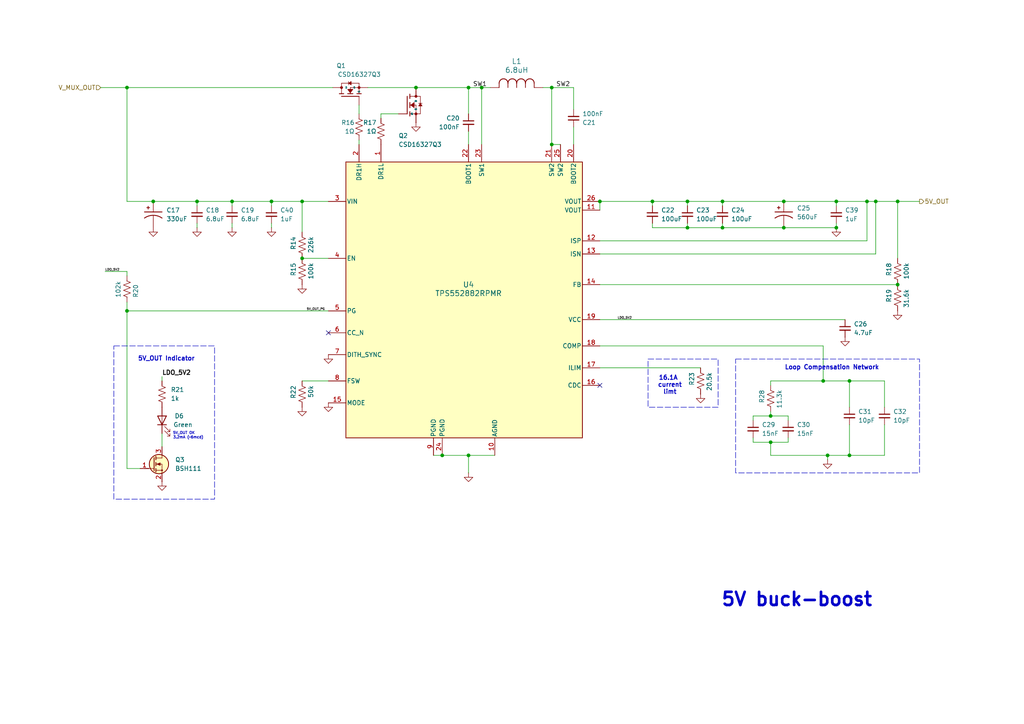
<source format=kicad_sch>
(kicad_sch (version 20231120) (generator "eeschema") (generator_version "8.0")
  (paper "A4")
  (lib_symbols
    (symbol "16SVPF560M:16SVPF560M" (pin_numbers hide) (pin_names (offset 1.016))
      (property "Reference" "C" (at -2.54 3.81 0))
      (property "Value" "16SVPF560M" (at -2.54 -5.08 0))
      (symbol "16SVPF560M_0_0"
        (rectangle (start -1.173 -1.532) (end -0.284 -1.405) (stroke (width 0.1)) (fill (type outline)))
        (rectangle (start -0.792 -1.913) (end -0.665 -1.024) (stroke (width 0.1)) (fill (type outline)))
        (polyline (pts (xy 0 0) (xy 0.508 0)) (stroke (width 0.1524)))
        (polyline (pts (xy 0.508 0) (xy 0.508 -2.54)) (stroke (width 0.254)))
        (polyline (pts (xy 0.508 2.54) (xy 0.508 0)) (stroke (width 0.254)))
        (polyline (pts (xy 2.54 0) (xy 1.524 0)) (stroke (width 0.1524)))
        (arc (start 2.286 2.54) (mid 1.4851 0) (end 2.286 -2.54) (stroke (width 0.254)))
        (pin passive line (at -2.54 0 0) (length 2.54) (name "~") (number "1"))
        (pin passive line (at 5.08 0 180) (length 2.54) (name "~") (number "2"))
      )
    )
    (symbol "25SVPF330M:25SVPF330M" (pin_numbers hide) (pin_names (offset 1.016))
      (property "Reference" "C" (at -2.54 3.81 0))
      (property "Value" "330uF" (at -2.54 -5.08 0))
      (symbol "25SVPF330M_0_0"
        (rectangle (start -1.173 -1.532) (end -0.284 -1.405) (stroke (width 0.1)) (fill (type outline)))
        (rectangle (start -0.792 -1.913) (end -0.665 -1.024) (stroke (width 0.1)) (fill (type outline)))
        (polyline (pts (xy 0 0) (xy 0.508 0)) (stroke (width 0.1524)))
        (polyline (pts (xy 0.508 0) (xy 0.508 -2.54)) (stroke (width 0.254)))
        (polyline (pts (xy 0.508 2.54) (xy 0.508 0)) (stroke (width 0.254)))
        (polyline (pts (xy 2.54 0) (xy 1.524 0)) (stroke (width 0.1524)))
        (arc (start 2.286 2.54) (mid 1.4851 0) (end 2.286 -2.54) (stroke (width 0.254)))
        (pin passive line (at -2.54 0 0) (length 2.54) (name "~") (number "1"))
        (pin passive line (at 5.08 0 180) (length 2.54) (name "~") (number "2"))
      )
    )
    (symbol "CSD16327Q3:CSD16327Q3" (pin_numbers hide) (pin_names (offset 1.016))
      (property "Reference" "Q" (at -8.89 2.54 0))
      (property "Value" "CSD16327Q3" (at -8.89 -7.62 0))
      (symbol "CSD16327Q3_0_0"
        (polyline (pts (xy 0 2.54) (xy 0 -2.54)) (stroke (width 0.254)))
        (polyline (pts (xy 0.762 -2.54) (xy 0.762 -3.175)) (stroke (width 0.254)))
        (polyline (pts (xy 0.762 -1.905) (xy 0.762 -2.54)) (stroke (width 0.254)))
        (polyline (pts (xy 0.762 0) (xy 0.762 -0.762)) (stroke (width 0.254)))
        (polyline (pts (xy 0.762 0) (xy 2.54 0)) (stroke (width 0.1524)))
        (polyline (pts (xy 0.762 0.762) (xy 0.762 0)) (stroke (width 0.254)))
        (polyline (pts (xy 0.762 2.54) (xy 0.762 1.905)) (stroke (width 0.254)))
        (polyline (pts (xy 0.762 2.54) (xy 3.81 2.54)) (stroke (width 0.1524)))
        (polyline (pts (xy 0.762 3.175) (xy 0.762 2.54)) (stroke (width 0.254)))
        (polyline (pts (xy 2.54 -2.54) (xy 0.762 -2.54)) (stroke (width 0.1524)))
        (polyline (pts (xy 2.54 -2.54) (xy 3.81 -2.54)) (stroke (width 0.1524)))
        (polyline (pts (xy 2.54 0) (xy 2.54 -2.54)) (stroke (width 0.1524)))
        (polyline (pts (xy 3.81 0.508) (xy 3.302 0.508)) (stroke (width 0.1524)))
        (polyline (pts (xy 3.81 0.508) (xy 3.81 -2.54)) (stroke (width 0.1524)))
        (polyline (pts (xy 3.81 2.54) (xy 3.81 0.508)) (stroke (width 0.1524)))
        (polyline (pts (xy 4.318 0.508) (xy 3.81 0.508)) (stroke (width 0.1524)))
        (polyline (pts (xy 1.016 0) (xy 2.032 0.762) (xy 2.032 -0.762) (xy 1.016 0)) (stroke (width 0.1524)) (fill (type outline)))
        (polyline (pts (xy 3.81 0.508) (xy 3.302 -0.254) (xy 4.318 -0.254) (xy 3.81 0.508)) (stroke (width 0.1524)) (fill (type outline)))
        (circle (center 2.54 -2.54) (radius 0.2032) (stroke (width 0.4064)))
        (circle (center 2.54 2.54) (radius 0.2032) (stroke (width 0.4064)))
      )
      (symbol "CSD16327Q3_1_0"
        (pin passive line (at 2.54 -5.08 90) (length 2.54) (name "S") (number "1"))
        (pin passive line (at 2.54 -5.08 90) (length 2.54) hide (name "S") (number "2"))
        (pin passive line (at 2.54 -5.08 90) (length 2.54) hide (name "S") (number "3"))
        (pin passive line (at -2.54 -2.54 0) (length 2.54) (name "G") (number "4"))
        (pin passive line (at 2.54 5.08 270) (length 2.54) (name "D") (number "5-8"))
      )
    )
    (symbol "CSD16327Q3_1" (pin_numbers hide) (pin_names (offset 1.016))
      (property "Reference" "Q" (at -8.89 2.54 0))
      (property "Value" "CSD16327Q3" (at -8.89 -7.62 0))
      (symbol "CSD16327Q3_1_0_0"
        (polyline (pts (xy 0 2.54) (xy 0 -2.54)) (stroke (width 0.254)))
        (polyline (pts (xy 0.762 -2.54) (xy 0.762 -3.175)) (stroke (width 0.254)))
        (polyline (pts (xy 0.762 -1.905) (xy 0.762 -2.54)) (stroke (width 0.254)))
        (polyline (pts (xy 0.762 0) (xy 0.762 -0.762)) (stroke (width 0.254)))
        (polyline (pts (xy 0.762 0) (xy 2.54 0)) (stroke (width 0.1524)))
        (polyline (pts (xy 0.762 0.762) (xy 0.762 0)) (stroke (width 0.254)))
        (polyline (pts (xy 0.762 2.54) (xy 0.762 1.905)) (stroke (width 0.254)))
        (polyline (pts (xy 0.762 2.54) (xy 3.81 2.54)) (stroke (width 0.1524)))
        (polyline (pts (xy 0.762 3.175) (xy 0.762 2.54)) (stroke (width 0.254)))
        (polyline (pts (xy 2.54 -2.54) (xy 0.762 -2.54)) (stroke (width 0.1524)))
        (polyline (pts (xy 2.54 -2.54) (xy 3.81 -2.54)) (stroke (width 0.1524)))
        (polyline (pts (xy 2.54 0) (xy 2.54 -2.54)) (stroke (width 0.1524)))
        (polyline (pts (xy 3.81 0.508) (xy 3.302 0.508)) (stroke (width 0.1524)))
        (polyline (pts (xy 3.81 0.508) (xy 3.81 -2.54)) (stroke (width 0.1524)))
        (polyline (pts (xy 3.81 2.54) (xy 3.81 0.508)) (stroke (width 0.1524)))
        (polyline (pts (xy 4.318 0.508) (xy 3.81 0.508)) (stroke (width 0.1524)))
        (polyline (pts (xy 1.016 0) (xy 2.032 0.762) (xy 2.032 -0.762) (xy 1.016 0)) (stroke (width 0.1524)) (fill (type outline)))
        (polyline (pts (xy 3.81 0.508) (xy 3.302 -0.254) (xy 4.318 -0.254) (xy 3.81 0.508)) (stroke (width 0.1524)) (fill (type outline)))
        (circle (center 2.54 -2.54) (radius 0.2032) (stroke (width 0.4064)))
        (circle (center 2.54 2.54) (radius 0.2032) (stroke (width 0.4064)))
      )
      (symbol "CSD16327Q3_1_1_0"
        (pin passive line (at 2.54 -5.08 90) (length 2.54) (name "S") (number "1"))
        (pin passive line (at 2.54 -5.08 90) (length 2.54) hide (name "S") (number "2"))
        (pin passive line (at 2.54 -5.08 90) (length 2.54) hide (name "S") (number "3"))
        (pin passive line (at -2.54 -2.54 0) (length 2.54) (name "G") (number "4"))
        (pin passive line (at 2.54 5.08 270) (length 2.54) (name "D") (number "5-8"))
      )
    )
    (symbol "Device:C_Small" (pin_numbers hide) (pin_names (offset 0.254) hide)
      (property "Reference" "C" (at 0.254 1.778 0))
      (property "Value" "C_Small" (at 0.254 -2.032 0))
      (symbol "C_Small_0_1"
        (polyline (pts (xy -1.524 -0.508) (xy 1.524 -0.508)) (stroke (width 0.3302)))
        (polyline (pts (xy -1.524 0.508) (xy 1.524 0.508)) (stroke (width 0.3048)))
      )
      (symbol "C_Small_1_1"
        (pin passive line (at 0 2.54 270) (length 2.032) (name "~") (number "1"))
        (pin passive line (at 0 -2.54 90) (length 2.032) (name "~") (number "2"))
      )
    )
    (symbol "Device:LED" (pin_numbers hide) (pin_names (offset 1.016) hide)
      (property "Reference" "D" (at 0 2.54 0))
      (property "Value" "LED" (at 0 -2.54 0))
      (symbol "LED_0_1"
        (polyline (pts (xy -1.27 -1.27) (xy -1.27 1.27)) (stroke (width 0.254)))
        (polyline (pts (xy -1.27 0) (xy 1.27 0)))
        (polyline (pts (xy 1.27 -1.27) (xy 1.27 1.27) (xy -1.27 0) (xy 1.27 -1.27)) (stroke (width 0.254)))
        (polyline (pts (xy -3.048 -0.762) (xy -4.572 -2.286) (xy -3.81 -2.286) (xy -4.572 -2.286) (xy -4.572 -1.524)))
        (polyline (pts (xy -1.778 -0.762) (xy -3.302 -2.286) (xy -2.54 -2.286) (xy -3.302 -2.286) (xy -3.302 -1.524)))
      )
      (symbol "LED_1_1"
        (pin passive line (at -3.81 0 0) (length 2.54) (name "K") (number "1"))
        (pin passive line (at 3.81 0 180) (length 2.54) (name "A") (number "2"))
      )
    )
    (symbol "Device:R_US" (pin_numbers hide) (pin_names (offset 0))
      (property "Reference" "R" (at 2.54 0 90))
      (property "Value" "R_US" (at -2.54 0 90))
      (symbol "R_US_0_1"
        (polyline (pts (xy 0 -2.286) (xy 0 -2.54)))
        (polyline (pts (xy 0 2.286) (xy 0 2.54)))
        (polyline (pts (xy 0 -0.762) (xy 1.016 -1.143) (xy 0 -1.524) (xy -1.016 -1.905) (xy 0 -2.286)))
        (polyline (pts (xy 0 0.762) (xy 1.016 0.381) (xy 0 0) (xy -1.016 -0.381) (xy 0 -0.762)))
        (polyline (pts (xy 0 2.286) (xy 1.016 1.905) (xy 0 1.524) (xy -1.016 1.143) (xy 0 0.762)))
      )
      (symbol "R_US_1_1"
        (pin passive line (at 0 3.81 270) (length 1.27) (name "~") (number "1"))
        (pin passive line (at 0 -3.81 90) (length 1.27) (name "~") (number "2"))
      )
    )
    (symbol "IHLP6767DZER6R8M11:IHLP6767DZER6R8M11" (pin_numbers hide) (pin_names (offset 0.254) hide)
      (property "Reference" "L" (at 6.985 5.08 0))
      (property "Value" "6.8uH" (at 6.985 -2.54 0))
      (symbol "IHLP6767DZER6R8M11_1_1"
        (polyline (pts (xy 2.54 0) (xy 2.54 1.27)) (stroke (width 0.2032)))
        (polyline (pts (xy 5.08 0) (xy 5.08 1.27)) (stroke (width 0.2032)))
        (polyline (pts (xy 7.62 0) (xy 7.62 1.27)) (stroke (width 0.2032)))
        (polyline (pts (xy 10.16 0) (xy 10.16 1.27)) (stroke (width 0.2032)))
        (polyline (pts (xy 12.7 0) (xy 12.7 1.27)) (stroke (width 0.2032)))
        (arc (start 5.08 1.27) (mid 3.81 2.5344) (end 2.54 1.27) (stroke (width 0.254)))
        (arc (start 7.62 1.27) (mid 6.35 2.5344) (end 5.08 1.27) (stroke (width 0.254)))
        (arc (start 10.16 1.27) (mid 8.89 2.5344) (end 7.62 1.27) (stroke (width 0.254)))
        (arc (start 12.7 1.27) (mid 11.43 2.5344) (end 10.16 1.27) (stroke (width 0.254)))
        (pin passive line (at 15.24 0 180) (length 2.54) (name "1") (number "1"))
        (pin passive line (at 0 0 0) (length 2.54) (name "2") (number "2"))
      )
      (symbol "IHLP6767DZER6R8M11_1_2"
        (arc (start -1.27 5.08) (mid -2.5344 3.81) (end -1.27 2.54) (stroke (width 0.254)))
        (arc (start -1.27 7.62) (mid -2.5344 6.35) (end -1.27 5.08) (stroke (width 0.254)))
        (arc (start -1.27 10.16) (mid -2.5344 8.89) (end -1.27 7.62) (stroke (width 0.254)))
        (arc (start -1.27 12.7) (mid -2.5344 11.43) (end -1.27 10.16) (stroke (width 0.254)))
        (polyline (pts (xy 0 2.54) (xy -1.27 2.54)) (stroke (width 0.2032)))
        (polyline (pts (xy 0 5.08) (xy -1.27 5.08)) (stroke (width 0.2032)))
        (polyline (pts (xy 0 7.62) (xy -1.27 7.62)) (stroke (width 0.2032)))
        (polyline (pts (xy 0 10.16) (xy -1.27 10.16)) (stroke (width 0.2032)))
        (polyline (pts (xy 0 12.7) (xy -1.27 12.7)) (stroke (width 0.2032)))
        (pin unspecified line (at 0 15.24 270) (length 2.54) (name "1") (number "1"))
        (pin unspecified line (at 0 0 90) (length 2.54) (name "2") (number "2"))
      )
    )
    (symbol "PCM_Transistor_MOSFET_AKL:BSH111" (pin_names hide)
      (property "Reference" "Q" (at 5.08 1.27 0))
      (property "Value" "BSH111" (at 5.08 -1.27 0))
      (symbol "BSH111_0_1"
        (polyline (pts (xy 0.254 -1.27) (xy -2.54 -1.27)))
        (polyline (pts (xy 0.254 1.905) (xy 0.254 -1.905)) (stroke (width 0.254)))
        (polyline (pts (xy 0.762 -1.778) (xy 2.54 -1.778)))
        (polyline (pts (xy 0.762 -1.27) (xy 0.762 -2.286)) (stroke (width 0.254)))
        (polyline (pts (xy 0.762 0.508) (xy 0.762 -0.508)) (stroke (width 0.254)))
        (polyline (pts (xy 0.762 2.286) (xy 0.762 1.27)) (stroke (width 0.254)))
        (polyline (pts (xy 2.54 1.778) (xy 0.762 1.778)))
        (polyline (pts (xy 2.54 2.54) (xy 2.54 1.778)))
        (polyline (pts (xy 2.54 -2.54) (xy 2.54 0) (xy 0.762 0)))
        (polyline (pts (xy 1.016 0) (xy 2.032 0.381) (xy 2.032 -0.381) (xy 1.016 0)) (fill (type outline)))
        (circle (center 1.651 0) (radius 2.794) (stroke (width 0.254)) (fill (type background)))
        (circle (center 2.54 -1.778) (radius 0.1778) (fill (type outline)))
      )
      (symbol "BSH111_1_1"
        (pin input line (at -3.81 -1.27 0) (length 2.54) (name "G") (number "1"))
        (pin passive line (at 2.54 -5.08 90) (length 2.54) (name "S") (number "2"))
        (pin passive line (at 2.54 5.08 270) (length 2.54) (name "D") (number "3"))
      )
    )
    (symbol "TPS552882RPMR:TPS552882RPMR" (pin_names (offset 0.254))
      (property "Reference" "U" (at 17.526 5.842 0))
      (property "Value" "TPS552882RPMR" (at 17.78 1.524 0))
      (symbol "TPS552882RPMR_0_1"
        (pin output line (at -7.62 48.26 270) (length 5.08) (name "DR1L") (number "1"))
        (pin power_in line (at 25.4 -41.91 90) (length 5.08) (name "AGND") (number "10"))
        (pin input line (at 55.88 20.32 180) (length 5.08) (name "ISP") (number "12"))
        (pin input line (at 55.88 16.51 180) (length 5.08) (name "ISN") (number "13"))
        (pin input line (at 55.88 7.62 180) (length 5.08) (name "FB") (number "14"))
        (pin input line (at -22.86 -26.67 0) (length 5.08) (name "MODE") (number "15"))
        (pin output line (at 55.88 -21.59 180) (length 5.08) (name "CDC") (number "16"))
        (pin output line (at 55.88 -16.51 180) (length 5.08) (name "ILIM") (number "17"))
        (pin input line (at 55.88 -10.16 180) (length 5.08) (name "COMP") (number "18"))
        (pin output line (at -13.97 48.26 270) (length 5.08) (name "DR1H") (number "2"))
        (pin power_in line (at 10.16 -41.91 90) (length 5.08) (name "PGND") (number "24"))
        (pin power_in line (at -22.86 31.75 0) (length 5.08) (name "VIN") (number "3"))
        (pin input line (at -22.86 15.24 0) (length 5.08) (name "EN") (number "4"))
        (pin output line (at -22.86 0 0) (length 5.08) (name "PG") (number "5"))
        (pin output line (at -22.86 -6.35 0) (length 5.08) (name "CC_N") (number "6"))
        (pin input line (at -22.86 -12.7 0) (length 5.08) (name "DITH_SYNC") (number "7"))
        (pin input line (at -22.86 -20.32 0) (length 5.08) (name "FSW") (number "8"))
        (pin power_in line (at 7.62 -41.91 90) (length 5.08) (name "PGND") (number "9"))
      )
      (symbol "TPS552882RPMR_1_1"
        (rectangle (start -17.78 43.18) (end 50.8 -36.83) (stroke (width 0.254)) (fill (type background)))
        (pin power_out line (at 55.88 29.21 180) (length 5.08) (name "VOUT") (number "11"))
        (pin power_out line (at 55.88 -2.54 180) (length 5.08) (name "VCC") (number "19"))
        (pin passive line (at 48.26 48.26 270) (length 5.08) (name "BOOT2") (number "20"))
        (pin passive line (at 41.91 48.26 270) (length 5.08) (name "SW2") (number "21"))
        (pin passive line (at 17.78 48.26 270) (length 5.08) (name "BOOT1") (number "22"))
        (pin passive line (at 21.59 48.26 270) (length 5.08) (name "SW1") (number "23"))
        (pin passive line (at 44.45 48.26 270) (length 5.08) (name "SW2") (number "25"))
        (pin power_out line (at 55.88 31.75 180) (length 5.08) (name "VOUT") (number "26"))
      )
    )
    (symbol "power:GND" (power) (pin_numbers hide) (pin_names (offset 0) hide)
      (property "Value" "GND" (at 0 -3.81 0))
      (symbol "GND_0_1"
        (polyline (pts (xy 0 0) (xy 0 -1.27) (xy 1.27 -1.27) (xy 0 -2.54) (xy -1.27 -1.27) (xy 0 -1.27)))
      )
      (symbol "GND_1_1"
        (pin power_in line (at 0 0 270) (length 0) (name "~") (number "1"))
      )
    )
  )
  (junction (at 260.35 82.55))
  (junction (at 189.23 58.42))
  (junction (at 139.7 25.4))
  (junction (at 240.03 132.08))
  (junction (at 120.65 25.4))
  (junction (at 57.15 58.42))
  (junction (at 36.83 90.17))
  (junction (at 227.33 66.04))
  (junction (at 209.55 66.04))
  (junction (at 227.33 58.42))
  (junction (at 246.38 110.49))
  (junction (at 135.89 132.08))
  (junction (at 36.83 25.4))
  (junction (at 160.02 25.4))
  (junction (at 246.38 132.08))
  (junction (at 209.55 58.42))
  (junction (at 78.74 58.42))
  (junction (at 199.39 66.04))
  (junction (at 135.89 25.4))
  (junction (at 223.52 120.65))
  (junction (at 242.57 58.42))
  (junction (at 254 58.42))
  (junction (at 223.52 128.27))
  (junction (at 260.35 58.42))
  (junction (at 67.31 58.42))
  (junction (at 87.63 74.93))
  (junction (at 87.63 58.42))
  (junction (at 160.02 41.91))
  (junction (at 238.76 110.49))
  (junction (at 251.46 58.42))
  (junction (at 199.39 58.42))
  (junction (at 128.27 132.08))
  (junction (at 242.57 66.04))
  (junction (at 44.45 58.42))
  (junction (at 173.99 58.42))
  (no_connect (at 95.25 96.52))
  (no_connect (at 173.99 111.76))
  (wire (pts (xy 209.55 58.42) (xy 227.33 58.42)))
  (wire (pts (xy 242.57 66.04) (xy 242.57 64.77)))
  (wire (pts (xy 135.89 25.4) (xy 139.7 25.4)))
  (wire (pts (xy 30.48 78.74) (xy 36.83 78.74)))
  (wire (pts (xy 139.7 25.4) (xy 139.7 41.91)))
  (wire (pts (xy 246.38 132.08) (xy 256.54 132.08)))
  (wire (pts (xy 160.02 25.4) (xy 160.02 41.91)))
  (wire (pts (xy 218.44 128.27) (xy 223.52 128.27)))
  (wire (pts (xy 106.68 25.4) (xy 120.65 25.4)))
  (wire (pts (xy 256.54 110.49) (xy 256.54 118.11)))
  (wire (pts (xy 57.15 66.04) (xy 57.15 64.77)))
  (wire (pts (xy 199.39 59.69) (xy 199.39 58.42)))
  (wire (pts (xy 246.38 110.49) (xy 256.54 110.49)))
  (wire (pts (xy 189.23 58.42) (xy 199.39 58.42)))
  (wire (pts (xy 223.52 128.27) (xy 228.6 128.27)))
  (wire (pts (xy 135.89 38.1) (xy 135.89 41.91)))
  (wire (pts (xy 36.83 25.4) (xy 96.52 25.4)))
  (wire (pts (xy 189.23 66.04) (xy 189.23 64.77)))
  (wire (pts (xy 245.11 92.71) (xy 173.99 92.71)))
  (wire (pts (xy 110.49 33.02) (xy 115.57 33.02)))
  (wire (pts (xy 29.21 25.4) (xy 36.83 25.4)))
  (wire (pts (xy 36.83 25.4) (xy 36.83 58.42)))
  (wire (pts (xy 135.89 33.02) (xy 135.89 25.4)))
  (wire (pts (xy 242.57 66.04) (xy 227.33 66.04)))
  (wire (pts (xy 173.99 69.85) (xy 251.46 69.85)))
  (wire (pts (xy 46.99 109.22) (xy 46.99 110.49)))
  (wire (pts (xy 246.38 110.49) (xy 246.38 118.11)))
  (wire (pts (xy 209.55 59.69) (xy 209.55 58.42)))
  (wire (pts (xy 36.83 135.89) (xy 40.64 135.89)))
  (wire (pts (xy 166.37 25.4) (xy 160.02 25.4)))
  (wire (pts (xy 120.65 25.4) (xy 135.89 25.4)))
  (wire (pts (xy 44.45 58.42) (xy 57.15 58.42)))
  (wire (pts (xy 57.15 59.69) (xy 57.15 58.42)))
  (wire (pts (xy 228.6 120.65) (xy 228.6 121.92)))
  (wire (pts (xy 128.27 132.08) (xy 125.73 132.08)))
  (wire (pts (xy 227.33 58.42) (xy 242.57 58.42)))
  (wire (pts (xy 254 58.42) (xy 260.35 58.42)))
  (wire (pts (xy 260.35 58.42) (xy 266.7 58.42)))
  (wire (pts (xy 87.63 110.49) (xy 95.25 110.49)))
  (wire (pts (xy 238.76 100.33) (xy 238.76 110.49)))
  (wire (pts (xy 87.63 58.42) (xy 87.63 67.31)))
  (wire (pts (xy 104.14 30.48) (xy 104.14 33.02)))
  (wire (pts (xy 166.37 36.83) (xy 166.37 41.91)))
  (wire (pts (xy 57.15 58.42) (xy 67.31 58.42)))
  (wire (pts (xy 228.6 128.27) (xy 228.6 127)))
  (wire (pts (xy 254 73.66) (xy 254 58.42)))
  (wire (pts (xy 203.2 106.68) (xy 173.99 106.68)))
  (wire (pts (xy 223.52 120.65) (xy 228.6 120.65)))
  (wire (pts (xy 87.63 58.42) (xy 95.25 58.42)))
  (wire (pts (xy 160.02 41.91) (xy 162.56 41.91)))
  (wire (pts (xy 199.39 66.04) (xy 189.23 66.04)))
  (wire (pts (xy 242.57 58.42) (xy 251.46 58.42)))
  (wire (pts (xy 78.74 58.42) (xy 87.63 58.42)))
  (wire (pts (xy 251.46 58.42) (xy 254 58.42)))
  (wire (pts (xy 78.74 66.04) (xy 78.74 64.77)))
  (wire (pts (xy 36.83 58.42) (xy 44.45 58.42)))
  (wire (pts (xy 173.99 100.33) (xy 238.76 100.33)))
  (wire (pts (xy 209.55 66.04) (xy 227.33 66.04)))
  (wire (pts (xy 223.52 110.49) (xy 223.52 111.76)))
  (wire (pts (xy 110.49 34.29) (xy 110.49 33.02)))
  (wire (pts (xy 246.38 132.08) (xy 246.38 123.19)))
  (wire (pts (xy 173.99 58.42) (xy 189.23 58.42)))
  (wire (pts (xy 209.55 66.04) (xy 199.39 66.04)))
  (wire (pts (xy 260.35 58.42) (xy 260.35 74.93)))
  (wire (pts (xy 173.99 73.66) (xy 254 73.66)))
  (wire (pts (xy 256.54 132.08) (xy 256.54 123.19)))
  (wire (pts (xy 218.44 120.65) (xy 223.52 120.65)))
  (wire (pts (xy 240.03 132.08) (xy 246.38 132.08)))
  (wire (pts (xy 36.83 87.63) (xy 36.83 90.17)))
  (wire (pts (xy 87.63 74.93) (xy 95.25 74.93)))
  (wire (pts (xy 260.35 82.55) (xy 173.99 82.55)))
  (wire (pts (xy 67.31 59.69) (xy 67.31 58.42)))
  (wire (pts (xy 209.55 66.04) (xy 209.55 64.77)))
  (wire (pts (xy 240.03 132.08) (xy 223.52 132.08)))
  (wire (pts (xy 242.57 59.69) (xy 242.57 58.42)))
  (wire (pts (xy 223.52 110.49) (xy 238.76 110.49)))
  (wire (pts (xy 128.27 132.08) (xy 135.89 132.08)))
  (wire (pts (xy 166.37 31.75) (xy 166.37 25.4)))
  (wire (pts (xy 240.03 133.35) (xy 240.03 132.08)))
  (wire (pts (xy 142.24 25.4) (xy 139.7 25.4)))
  (wire (pts (xy 157.48 25.4) (xy 160.02 25.4)))
  (wire (pts (xy 218.44 121.92) (xy 218.44 120.65)))
  (wire (pts (xy 135.89 132.08) (xy 143.51 132.08)))
  (wire (pts (xy 78.74 58.42) (xy 78.74 59.69)))
  (wire (pts (xy 36.83 78.74) (xy 36.83 80.01)))
  (wire (pts (xy 36.83 90.17) (xy 36.83 135.89)))
  (wire (pts (xy 104.14 40.64) (xy 104.14 41.91)))
  (wire (pts (xy 135.89 137.16) (xy 135.89 132.08)))
  (wire (pts (xy 238.76 110.49) (xy 246.38 110.49)))
  (wire (pts (xy 251.46 69.85) (xy 251.46 58.42)))
  (wire (pts (xy 36.83 90.17) (xy 95.25 90.17)))
  (wire (pts (xy 223.52 128.27) (xy 223.52 132.08)))
  (wire (pts (xy 46.99 129.54) (xy 46.99 125.73)))
  (wire (pts (xy 67.31 58.42) (xy 78.74 58.42)))
  (wire (pts (xy 189.23 59.69) (xy 189.23 58.42)))
  (wire (pts (xy 218.44 127) (xy 218.44 128.27)))
  (wire (pts (xy 199.39 66.04) (xy 199.39 64.77)))
  (wire (pts (xy 199.39 58.42) (xy 209.55 58.42)))
  (wire (pts (xy 223.52 120.65) (xy 223.52 119.38)))
  (wire (pts (xy 173.99 58.42) (xy 173.99 60.96)))
  (wire (pts (xy 67.31 66.04) (xy 67.31 64.77)))
  (rectangle (start 33.02 100.33) (end 62.23 144.78) (stroke (width 0) (type dash)))
  (rectangle (start 187.96 104.14) (end 208.28 118.11) (stroke (width 0) (type dash)))
  (rectangle (start 213.36 104.14) (end 266.7 137.16) (stroke (width 0) (type dash)))
  (text "5V_OUT Indicator" (at 48.26 104.14 0) (effects (font (size 1.27 1.27) (bold yes))))
  (text "16.1A \ncurrent\nlimt" (at 194.31 111.76 0) (effects (font (size 1.27 1.27) (thickness 0.254) (bold yes))))
  (text "Loop Compensation Network" (at 241.3 106.68 0) (effects (font (size 1.27 1.27) (bold yes))))
  (text "5V_OUT OK" (at 53.34 125.73 0) (effects (font (size 0.762 0.762) (bold yes))))
  (text "5V buck-boost" (at 231.14 173.99 0) (effects (font (size 3.81 3.81) (thickness 0.762) (bold yes))))
  (text "3.2mA (~6mcd)" (at 54.61 127 0) (effects (font (size 0.762 0.762) (bold yes))))
  (label "LDO_5V2" (at 179.07 92.71 0) (effects (font (size 0.635 0.635) (bold yes))))
  (label "5V_OUT_PG" (at 88.9 90.17 0) (effects (font (size 0.635 0.635) (bold yes))))
  (label "LDO_5V2" (at 46.99 109.22 0) (effects (font (bold yes))))
  (label "SW1" (at 137.16 25.4 0))
  (label "LDO_5V2" (at 30.48 78.74 0) (effects (font (size 0.635 0.635) (bold yes))))
  (label "SW2" (at 161.29 25.4 0))
  (hierarchical_label "V_MUX_OUT" (shape input) (at 29.21 25.4 180))
  (hierarchical_label "5V_OUT" (shape output) (at 266.7 58.42 0))
  (symbol (lib_id "power:GND") (at 46.99 139.7 0) (unit 1)
    (property "Reference" "#PWR012" (effects (hide yes)))
    (property "Value" "GND" (effects (hide yes)))
    (property "Description" "Power symbol creates a global label with name \"GND\" , ground" (effects (hide yes)))
  )
  (symbol (lib_id "Device:C_Small") (at 242.57 62.23 0) (unit 1)
    (property "Reference" "C39" (at 245.11 60.9662 0) (effects (justify left)))
    (property "Value" "1uF" (at 245.11 63.5062 0) (effects (justify left)))
    (property "Footprint" "Capacitor_SMD:C_0603_1608Metric_Pad1.08x0.95mm_HandSolder" (effects (hide yes)))
    (property "Datasheet" "https://search.kemet.com/download/datasheet/C0603C105K8PAC7867" (effects (hide yes)))
    (property "Description" "Unpolarized capacitor, small symbol" (effects (hide yes)))
    (property "Digikey" "https://www.digikey.com/en/products/detail/kemet/C0603C105K8PACTU/551584" (effects (hide yes)))
    (property "Mfgr" "KEMET" (effects (hide yes)))
    (property "MPN" "C0603C105K8PACTU" (effects (hide yes)))
  )
  (symbol (lib_id "Device:R_US") (at 110.49 38.1 180) (unit 1)
    (property "Reference" "R17" (at 109.22 35.56 0) (effects (justify left)))
    (property "Value" "1Ω" (at 109.22 38.1 0) (effects (justify left)))
    (property "Footprint" "PCM_Resistor_SMD_AKL:R_0603_1608Metric_Pad1.05x0.95mm_HandSolder" (effects (hide yes)))
    (property "Datasheet" "https://www.vishay.com/docs/20035/dcrcwe3.pdf" (effects (hide yes)))
    (property "Description" "Resistor, US symbol" (effects (hide yes)))
    (property "Digikey" "https://www.digikey.com/en/products/detail/vishay-dale/CRCW06031R00FKEA/1961537" (effects (hide yes)))
    (property "Mfgr" "Vishay-Dale" (effects (hide yes)))
    (property "MPN" "CRCW06031R00FKEA" (effects (hide yes)))
  )
  (symbol (lib_id "Device:R_US") (at 87.63 114.3 180) (unit 1)
    (property "Reference" "R22" (at 85.09 111.76 90) (effects (justify left)))
    (property "Value" "50k" (at 90.17 111.76 90) (effects (justify left)))
    (property "Footprint" "PCM_Resistor_SMD_AKL:R_0603_1608Metric_Pad1.05x0.95mm_HandSolder" (effects (hide yes)))
    (property "Datasheet" "https://www.yageo.com/upload/media/product/app/datasheet/rchip/pyu-rt_1-to-0.01_rohs_l.pdf" (effects (hide yes)))
    (property "Description" "Resistor, US symbol" (effects (hide yes)))
    (property "Digikey" "https://www.digikey.com/en/products/detail/yageo/RT0603BRD0750KL/7708337" (effects (hide yes)))
    (property "Mfgr" "YAGEO" (effects (hide yes)))
    (property "MPN" "RT0603BRD0750KL" (effects (hide yes)))
  )
  (symbol (lib_id "Device:C_Small") (at 78.74 62.23 0) (unit 1)
    (property "Reference" "C40" (at 81.28 60.9662 0) (effects (justify left)))
    (property "Value" "1uF" (at 81.28 63.5062 0) (effects (justify left)))
    (property "Footprint" "Capacitor_SMD:C_0603_1608Metric_Pad1.08x0.95mm_HandSolder" (effects (hide yes)))
    (property "Datasheet" "https://product.tdk.com/system/files/dam/doc/product/capacitor/ceramic/mlcc/catalog/mlcc_commercial_general_en.pdf" (effects (hide yes)))
    (property "Description" "Unpolarized capacitor, small symbol" (effects (hide yes)))
    (property "Digikey" "https://www.digikey.com/en/products/detail/tdk-corporation/C1608X5R1H105K080AB/2732903" (effects (hide yes)))
    (property "Mfgr" "TDK" (effects (hide yes)))
    (property "MPN" "C1608X5R1H105K080AB" (effects (hide yes)))
  )
  (symbol (lib_id "power:GND") (at 120.65 35.56 0) (unit 1)
    (property "Reference" "#PWR031" (effects (hide yes)))
    (property "Value" "GND" (effects (hide yes)))
    (property "Description" "Power symbol creates a global label with name \"GND\" , ground" (effects (hide yes)))
  )
  (symbol (lib_id "Device:C_Small") (at 199.39 62.23 0) (unit 1)
    (property "Reference" "C23" (at 201.93 60.9662 0) (effects (justify left)))
    (property "Value" "100uF" (at 201.93 63.5062 0) (effects (justify left)))
    (property "Footprint" "Capacitor_SMD:C_1206_3216Metric_Pad1.33x1.80mm_HandSolder" (effects (hide yes)))
    (property "Datasheet" "https://product.tdk.com/system/files/dam/doc/product/capacitor/ceramic/mlcc/catalog/mlcc_commercial_general_en.pdf?ref_disty=mouser" (effects (hide yes)))
    (property "Description" "Unpolarized capacitor, small symbol" (effects (hide yes)))
    (property "Mouser" "https://www.mouser.com/ProductDetail/TDK/C3216X5R1A107M160AC?qs=NRhsANhppD%252B0MpDu1pf9NA%3D%3D" (effects (hide yes)))
    (property "Mfgr" "TDK" (effects (hide yes)))
    (property "MPN" "C3216X5R1A107M160AC" (effects (hide yes)))
  )
  (symbol (lib_id "Device:C_Small") (at 228.6 124.46 0) (unit 1)
    (property "Reference" "C30" (at 231.14 123.1962 0) (effects (justify left)))
    (property "Value" "15nF" (at 231.14 125.7362 0) (effects (justify left)))
    (property "Footprint" "Capacitor_SMD:C_0402_1005Metric_Pad0.74x0.62mm_HandSolder" (effects (hide yes)))
    (property "Datasheet" "https://search.murata.co.jp/Ceramy/image/img/A01X/G101/ENG/GRM155R71E153KA61-01.pdf" (effects (hide yes)))
    (property "Description" "Unpolarized capacitor, small symbol" (effects (hide yes)))
    (property "Digikey" "https://www.digikey.com/en/products/detail/murata-electronics/GRM155R71E153KA61D/702516" (effects (hide yes)))
    (property "Mfgr" "Murata" (effects (hide yes)))
    (property "MPN" "GRM155R71E153KA61D" (effects (hide yes)))
  )
  (symbol (lib_id "power:GND") (at 67.31 66.04 0) (unit 1)
    (property "Reference" "#PWR030" (effects (hide yes)))
    (property "Value" "GND" (effects (hide yes)))
    (property "Description" "Power symbol creates a global label with name \"GND\" , ground" (effects (hide yes)))
  )
  (symbol (lib_id "power:GND") (at 78.74 66.04 0) (unit 1)
    (property "Reference" "#PWR051" (effects (hide yes)))
    (property "Value" "GND" (effects (hide yes)))
    (property "Description" "Power symbol creates a global label with name \"GND\" , ground" (effects (hide yes)))
  )
  (symbol (lib_id "Device:R_US") (at 87.63 71.12 180) (unit 1)
    (property "Reference" "R14" (at 85.09 68.58 90) (effects (justify left)))
    (property "Value" "226k" (at 90.17 68.58 90) (effects (justify left)))
    (property "Footprint" "PCM_Resistor_SMD_AKL:R_0603_1608Metric_Pad1.05x0.95mm_HandSolder" (effects (hide yes)))
    (property "Datasheet" "https://www.vishay.com/docs/20035/dcrcwe3.pdf" (effects (hide yes)))
    (property "Description" "Resistor, US symbol" (effects (hide yes)))
    (property "Digikey" "https://www.digikey.com/en/products/detail/vishay-dale/CRCW0603226KFKEA/1174934" (effects (hide yes)))
    (property "Mfgr" "Vishay-Dale" (effects (hide yes)))
    (property "MPN" "CRCW0603226KFKEA" (effects (hide yes)))
  )
  (symbol (lib_name "CSD16327Q3_1") (lib_id "CSD16327Q3:CSD16327Q3") (at 101.6 27.94 90) (unit 1)
    (property "Reference" "Q1" (at 100.33 19.05 90) (effects (justify left)))
    (property "Value" "CSD16327Q3" (at 110.49 21.59 90) (effects (justify left)))
    (property "Footprint" "CSD16327Q3:TRANS_CSD16327Q3" (effects (hide yes)))
    (property "Datasheet" "https://www.ti.com/general/docs/suppproductinfo.tsp?distId=10&gotoUrl=https%3A%2F%2Fwww.ti.com%2Flit%2Fgpn%2Fcsd16327q3" (effects (hide yes)))
    (property "PARTREV" "A" (effects (hide yes)))
    (property "STANDARD" "Manufacturer Recommendations" (effects (hide yes)))
    (property "MAXIMUM_PACKAGE_HEIGHT" "1.1mm" (effects (hide yes)))
    (property "MANUFACTURER" "Texas Instruments" (effects (hide yes)))
    (property "Digikey" "https://www.digikey.com/en/products/detail/texas-instruments/CSD16327Q3/2809518" (effects (hide yes)))
    (property "Mfgr" "Texas Instruments" (effects (hide yes)))
    (property "MPN" "CSD16327Q3" (effects (hide yes)))
  )
  (symbol (lib_id "power:GND") (at 242.57 66.04 0) (unit 1)
    (property "Reference" "#PWR032" (effects (hide yes)))
    (property "Value" "GND" (effects (hide yes)))
    (property "Description" "Power symbol creates a global label with name \"GND\" , ground" (effects (hide yes)))
  )
  (symbol (lib_id "25SVPF330M:25SVPF330M") (at 44.45 60.96 270) (unit 1)
    (property "Reference" "C17" (at 48.26 60.96 90) (effects (justify left)))
    (property "Value" "330uF" (at 48.26 63.5 90) (effects (justify left)))
    (property "Footprint" "25SVPF330M:CAP_25SVPF330M" (effects (hide yes)))
    (property "Datasheet" "https://industrial.panasonic.com/ww/products/pt/os-con/models/25SVPF330M" (effects (hide yes)))
    (property "PARTREV" "28-Jun-19" (effects (hide yes)))
    (property "MANUFACTURER" "Panasonic" (effects (hide yes)))
    (property "MAXIMUM_PACKAGE_HEIGHT" "12.6 mm" (effects (hide yes)))
    (property "STANDARD" "Manufacturer Recommendations" (effects (hide yes)))
    (property "Digikey" "https://www.digikey.com/en/products/detail/panasonic-electronic-components/25SVPF330M/4204844" (effects (hide yes)))
    (property "Mfgr" "Panasonic" (effects (hide yes)))
    (property "MPN" "25SVPF330M" (effects (hide yes)))
  )
  (symbol (lib_id "power:GND") (at 44.45 66.04 0) (unit 1)
    (property "Reference" "#PWR028" (effects (hide yes)))
    (property "Value" "GND" (effects (hide yes)))
    (property "Description" "Power symbol creates a global label with name \"GND\" , ground" (effects (hide yes)))
  )
  (symbol (lib_id "power:GND") (at 260.35 90.17 0) (unit 1)
    (property "Reference" "#PWR033" (effects (hide yes)))
    (property "Value" "GND" (effects (hide yes)))
    (property "Description" "Power symbol creates a global label with name \"GND\" , ground" (effects (hide yes)))
  )
  (symbol (lib_id "CSD16327Q3:CSD16327Q3") (at 118.11 30.48 0) (unit 1)
    (property "Reference" "Q2" (at 115.57 39.37 0) (effects (justify left)))
    (property "Value" "CSD16327Q3" (at 115.57 41.91 0) (effects (justify left)))
    (property "Footprint" "CSD16327Q3:TRANS_CSD16327Q3" (effects (hide yes)))
    (property "Datasheet" "https://www.ti.com/general/docs/suppproductinfo.tsp?distId=10&gotoUrl=https%3A%2F%2Fwww.ti.com%2Flit%2Fgpn%2Fcsd16327q3" (effects (hide yes)))
    (property "PARTREV" "A" (effects (hide yes)))
    (property "STANDARD" "Manufacturer Recommendations" (effects (hide yes)))
    (property "MAXIMUM_PACKAGE_HEIGHT" "1.1mm" (effects (hide yes)))
    (property "MANUFACTURER" "Texas Instruments" (effects (hide yes)))
    (property "Digikey" "https://www.digikey.com/en/products/detail/texas-instruments/CSD16327Q3/2809518" (effects (hide yes)))
    (property "Mfgr" "Texas Instruments" (effects (hide yes)))
    (property "MPN" "CSD16327Q3" (effects (hide yes)))
  )
  (symbol (lib_id "16SVPF560M:16SVPF560M") (at 227.33 60.96 270) (unit 1)
    (property "Reference" "C25" (at 231.14 60.3865 90) (effects (justify left)))
    (property "Value" "560uF" (at 231.14 62.9265 90) (effects (justify left)))
    (property "Footprint" "16SVPF560M:CAP_16SVPF560M" (effects (hide yes)))
    (property "Datasheet" "https://industrial.panasonic.com/ww/products/pt/os-con/models/16SVPF560M" (effects (hide yes)))
    (property "PARTREV" "28-Jun-19" (effects (hide yes)))
    (property "MANUFACTURER" "Panasonic" (effects (hide yes)))
    (property "MAXIMUM_PACKAGE_HEIGHT" "11.9mm" (effects (hide yes)))
    (property "STANDARD" "Manufacturer Recommendations" (effects (hide yes)))
    (property "Digikey" "https://www.digikey.com/en/products/detail/panasonic-electronic-components/16SVPF560M/4204813" (effects (hide yes)))
    (property "Mfgr" "Panasonic" (effects (hide yes)))
    (property "MPN" "16SVPF560M" (effects (hide yes)))
  )
  (symbol (lib_id "Device:C_Small") (at 209.55 62.23 0) (unit 1)
    (property "Reference" "C24" (at 212.09 60.9662 0) (effects (justify left)))
    (property "Value" "100uF" (at 212.09 63.5062 0) (effects (justify left)))
    (property "Footprint" "Capacitor_SMD:C_1206_3216Metric_Pad1.33x1.80mm_HandSolder" (effects (hide yes)))
    (property "Datasheet" "https://product.tdk.com/system/files/dam/doc/product/capacitor/ceramic/mlcc/catalog/mlcc_commercial_general_en.pdf?ref_disty=mouser" (effects (hide yes)))
    (property "Description" "Unpolarized capacitor, small symbol" (effects (hide yes)))
    (property "Mouser" "https://www.mouser.com/ProductDetail/TDK/C3216X5R1A107M160AC?qs=NRhsANhppD%252B0MpDu1pf9NA%3D%3D" (effects (hide yes)))
    (property "Mfgr" "TDK" (effects (hide yes)))
    (property "MPN" "C3216X5R1A107M160AC" (effects (hide yes)))
  )
  (symbol (lib_id "Device:C_Small") (at 245.11 95.25 0) (unit 1)
    (property "Reference" "C26" (at 247.65 93.9862 0) (effects (justify left)))
    (property "Value" "4.7uF" (at 247.65 96.5262 0) (effects (justify left)))
    (property "Footprint" "Capacitor_SMD:C_0603_1608Metric_Pad1.08x0.95mm_HandSolder" (effects (hide yes)))
    (property "Datasheet" "https://product.tdk.com/system/files/dam/doc/product/capacitor/ceramic/mlcc/catalog/mlcc_commercial_general_en.pdf" (effects (hide yes)))
    (property "Description" "Unpolarized capacitor, small symbol" (effects (hide yes)))
    (property "Digikey" "https://www.digikey.com/en/products/detail/tdk-corporation/C1608X6S1C475K080AC/3661574" (effects (hide yes)))
    (property "Mfgr" "TDK" (effects (hide yes)))
    (property "MPN" "C1608X6S1C475K080AC" (effects (hide yes)))
  )
  (symbol (lib_id "Device:R_US") (at 223.52 115.57 180) (unit 1)
    (property "Reference" "R28" (at 220.98 113.03 90) (effects (justify left)))
    (property "Value" "11.3k" (at 226.06 113.03 90) (effects (justify left)))
    (property "Footprint" "PCM_Resistor_SMD_AKL:R_0603_1608Metric_Pad1.05x0.95mm_HandSolder" (effects (hide yes)))
    (property "Datasheet" "https://www.yageo.com/upload/media/product/products/datasheet/rchip/PYu-RC_Group_51_RoHS_L_12.pdf" (effects (hide yes)))
    (property "Description" "Resistor, US symbol" (effects (hide yes)))
    (property "Digikey" "https://www.digikey.com/en/products/detail/yageo/RC0603FR-0711K3L/726899" (effects (hide yes)))
    (property "Mfgr" "YAGEO" (effects (hide yes)))
    (property "MPN" "RC0603FR-0711K3L" (effects (hide yes)))
  )
  (symbol (lib_id "Device:R_US") (at 87.63 78.74 180) (unit 1)
    (property "Reference" "R15" (at 85.09 76.2 90) (effects (justify left)))
    (property "Value" "100k" (at 90.17 76.2 90) (effects (justify left)))
    (property "Footprint" "PCM_Resistor_SMD_AKL:R_0603_1608Metric_Pad1.05x0.95mm_HandSolder" (effects (hide yes)))
    (property "Datasheet" "https://www.yageo.com/upload/media/product/products/datasheet/rchip/PYu-RC_Group_51_RoHS_L_12.pdf" (effects (hide yes)))
    (property "Description" "Resistor, US symbol" (effects (hide yes)))
    (property "Digikey" "https://www.digikey.com/en/products/detail/yageo/RC0603FR-07100KL/726889" (effects (hide yes)))
    (property "Mfgr" "YAGEO" (effects (hide yes)))
    (property "MPN" "RC0603FR-07100KL" (effects (hide yes)))
  )
  (symbol (lib_id "power:GND") (at 203.2 114.3 0) (unit 1)
    (property "Reference" "#PWR038" (effects (hide yes)))
    (property "Value" "GND" (effects (hide yes)))
    (property "Description" "Power symbol creates a global label with name \"GND\" , ground" (effects (hide yes)))
  )
  (symbol (lib_id "power:GND") (at 240.03 133.35 0) (unit 1)
    (property "Reference" "#PWR042" (effects (hide yes)))
    (property "Value" "GND" (effects (hide yes)))
    (property "Description" "Power symbol creates a global label with name \"GND\" , ground" (effects (hide yes)))
  )
  (symbol (lib_id "TPS552882RPMR:TPS552882RPMR") (at 118.11 90.17 0) (unit 1)
    (property "Reference" "U4" (at 135.89 82.55 0) (effects (font (size 1.524 1.524))))
    (property "Value" "TPS552882RPMR" (at 135.89 85.09 0) (effects (font (size 1.524 1.524))))
    (property "Footprint" "TPS552882RPMR:RPM0026A-MFG" (effects (hide yes)))
    (property "Datasheet" "https://www.ti.com/lit/ds/symlink/tps552882.pdf?ts=1633815350361" (effects (hide yes)))
    (property "Description" "Buck-boost, 16A" (effects (hide yes)))
    (property "Digikey" "https://www.digikey.com/en/products/detail/texas-instruments/TPS552882RPMR/13577752" (effects (hide yes)))
    (property "Mfgr" "Texas Instruments" (effects (hide yes)))
    (property "MPN" "TPS552882RPMR" (effects (hide yes)))
  )
  (symbol (lib_id "Device:C_Small") (at 67.31 62.23 0) (unit 1)
    (property "Reference" "C19" (at 69.85 60.9662 0) (effects (justify left)))
    (property "Value" "6.8uF" (at 69.85 63.5062 0) (effects (justify left)))
    (property "Footprint" "Capacitor_SMD:C_1812_4532Metric_Pad1.57x3.40mm_HandSolder" (effects (hide yes)))
    (property "Datasheet" "https://product.tdk.com/system/files/dam/doc/product/capacitor/ceramic/mlcc/catalog/mlcc_automotive_general_en.pdf" (effects (hide yes)))
    (property "Description" "Unpolarized capacitor, small symbol" (effects (hide yes)))
    (property "Digikey" "https://www.digikey.com/en/products/detail/tdk-corporation/CGA8P3X7R1H685K250KB/2781333" (effects (hide yes)))
    (property "Mfgr" "TDK" (effects (hide yes)))
    (property "MPN" "CGA8P3X7R1H685K250KB" (effects (hide yes)))
  )
  (symbol (lib_id "power:GND") (at 57.15 66.04 0) (unit 1)
    (property "Reference" "#PWR029" (effects (hide yes)))
    (property "Value" "GND" (effects (hide yes)))
    (property "Description" "Power symbol creates a global label with name \"GND\" , ground" (effects (hide yes)))
  )
  (symbol (lib_id "Device:R_US") (at 203.2 110.49 180) (unit 1)
    (property "Reference" "R23" (at 200.66 107.95 90) (effects (justify left)))
    (property "Value" "20.5k" (at 205.74 107.95 90) (effects (justify left)))
    (property "Footprint" "PCM_Resistor_SMD_AKL:R_0603_1608Metric_Pad1.05x0.95mm_HandSolder" (effects (hide yes)))
    (property "Datasheet" "https://www.yageo.com/upload/media/product/products/datasheet/rchip/PYu-RC_Group_51_RoHS_L_12.pdf" (effects (hide yes)))
    (property "Description" "Resistor, US symbol" (effects (hide yes)))
    (property "Digikey" "https://www.digikey.com/en/products/detail/yageo/RC0603FR-0720K5L/727042" (effects (hide yes)))
    (property "Mfgr" "YAGEO" (effects (hide yes)))
    (property "MPN" "RC0603FR-0720K5L" (effects (hide yes)))
  )
  (symbol (lib_id "Device:LED") (at 46.99 121.92 90) (unit 1)
    (property "Reference" "D6" (at 53.34 120.65 90) (effects (justify left)))
    (property "Value" "Green" (at 55.88 123.19 90) (effects (justify left)))
    (property "Footprint" "LED_SMD:LED_0805_2012Metric_Pad1.15x1.40mm_HandSolder" (effects (hide yes)))
    (property "Datasheet" "https://www.we-online.com/catalog/datasheet/150080VS75000.pdf" (effects (hide yes)))
    (property "Description" "Light emitting diode" (effects (hide yes)))
    (property "Digikey" "https://www.digikey.com/en/products/detail/w%C3%BCrth-elektronik/150080VS75000/4489924" (effects (hide yes)))
    (property "Mfgr" "Wurth" (effects (hide yes)))
    (property "MPN" "150080VS75000" (effects (hide yes)))
  )
  (symbol (lib_id "Device:R_US") (at 46.99 114.3 180) (unit 1)
    (property "Reference" "R21" (at 49.53 113.0299 0) (effects (justify right)))
    (property "Value" "1k" (at 49.53 115.5699 0) (effects (justify right)))
    (property "Footprint" "PCM_Resistor_SMD_AKL:R_0805_2012Metric_Pad1.15x1.40mm_HandSolder" (effects (hide yes)))
    (property "Datasheet" "https://www.yageo.com/upload/media/product/products/datasheet/rchip/PYu-RC_Group_51_RoHS_L_12.pdf" (effects (hide yes)))
    (property "Description" "Resistor, US symbol" (effects (hide yes)))
    (property "Digikey" "https://www.yageo.com/upload/media/product/products/datasheet/rchip/PYu-RC_Group_51_RoHS_L_12.pdf" (effects (hide yes)))
    (property "Mfgr" "YAGEO" (effects (hide yes)))
    (property "MPN" "RC0805FR-071KL" (effects (hide yes)))
  )
  (symbol (lib_id "power:GND") (at 135.89 137.16 0) (unit 1)
    (property "Reference" "#PWR037" (effects (hide yes)))
    (property "Value" "GND" (effects (hide yes)))
    (property "Description" "Power symbol creates a global label with name \"GND\" , ground" (effects (hide yes)))
  )
  (symbol (lib_id "power:GND") (at 87.63 118.11 0) (unit 1)
    (property "Reference" "#PWR036" (effects (hide yes)))
    (property "Value" "GND" (effects (hide yes)))
    (property "Description" "Power symbol creates a global label with name \"GND\" , ground" (effects (hide yes)))
  )
  (symbol (lib_id "Device:C_Small") (at 218.44 124.46 0) (unit 1)
    (property "Reference" "C29" (at 220.98 123.1962 0) (effects (justify left)))
    (property "Value" "15nF" (at 220.98 125.7362 0) (effects (justify left)))
    (property "Footprint" "Capacitor_SMD:C_0402_1005Metric_Pad0.74x0.62mm_HandSolder" (effects (hide yes)))
    (property "Datasheet" "https://search.murata.co.jp/Ceramy/image/img/A01X/G101/ENG/GRM155R71E153KA61-01.pdf" (effects (hide yes)))
    (property "Description" "Unpolarized capacitor, small symbol" (effects (hide yes)))
    (property "Digikey" "https://www.digikey.com/en/products/detail/murata-electronics/GRM155R71E153KA61D/702516" (effects (hide yes)))
    (property "Mfgr" "Murata" (effects (hide yes)))
    (property "MPN" "GRM155R71E153KA61D" (effects (hide yes)))
  )
  (symbol (lib_id "Device:C_Small") (at 246.38 120.65 0) (unit 1)
    (property "Reference" "C31" (at 248.92 119.3862 0) (effects (justify left)))
    (property "Value" "10pF" (at 248.92 121.9262 0) (effects (justify left)))
    (property "Footprint" "Capacitor_SMD:C_0603_1608Metric_Pad1.08x0.95mm_HandSolder" (effects (hide yes)))
    (property "Datasheet" "https://search.murata.co.jp/Ceramy/image/img/A01X/G101/ENG/GRM1885C1H100JA01-01.pdf" (effects (hide yes)))
    (property "Description" "Unpolarized capacitor, small symbol" (effects (hide yes)))
    (property "Digikey" "https://www.digikey.com/en/products/detail/murata-electronics/GRM1885C1H100JA01D/586930" (effects (hide yes)))
    (property "Mfgr" "Murata" (effects (hide yes)))
    (property "MPN" "GRM1885C1H100JA01D" (effects (hide yes)))
  )
  (symbol (lib_id "power:GND") (at 95.25 116.84 0) (unit 1)
    (property "Reference" "#PWR035" (effects (hide yes)))
    (property "Value" "GND" (effects (hide yes)))
    (property "Description" "Power symbol creates a global label with name \"GND\" , ground" (effects (hide yes)))
  )
  (symbol (lib_id "Device:R_US") (at 260.35 86.36 180) (unit 1)
    (property "Reference" "R19" (at 257.81 83.82 90) (effects (justify left)))
    (property "Value" "31.6k" (at 262.89 83.82 90) (effects (justify left)))
    (property "Footprint" "PCM_Resistor_SMD_AKL:R_0603_1608Metric_Pad1.05x0.95mm_HandSolder" (effects (hide yes)))
    (property "Datasheet" "https://www.yageo.com/upload/media/product/products/datasheet/rchip/PYu-RC_Group_51_RoHS_L_12.pdf" (effects (hide yes)))
    (property "Description" "Resistor, US symbol" (effects (hide yes)))
    (property "Digikey" "https://www.digikey.com/en/products/detail/yageo/RC0603FR-0731K6L/727151" (effects (hide yes)))
    (property "Mfgr" "YAGEO" (effects (hide yes)))
    (property "MPN" "RC0603FR-0731K6L" (effects (hide yes)))
  )
  (symbol (lib_id "Device:R_US") (at 260.35 78.74 180) (unit 1)
    (property "Reference" "R18" (at 257.81 76.2 90) (effects (justify left)))
    (property "Value" "100k" (at 262.89 76.2 90) (effects (justify left)))
    (property "Footprint" "PCM_Resistor_SMD_AKL:R_0603_1608Metric_Pad1.05x0.95mm_HandSolder" (effects (hide yes)))
    (property "Datasheet" "https://www.yageo.com/upload/media/product/products/datasheet/rchip/PYu-RC_Group_51_RoHS_L_12.pdf" (effects (hide yes)))
    (property "Description" "Resistor, US symbol" (effects (hide yes)))
    (property "Digikey" "https://www.digikey.com/en/products/detail/yageo/RC0603FR-07100KL/726889" (effects (hide yes)))
    (property "Mfgr" "YAGEO" (effects (hide yes)))
    (property "MPN" "RC0603FR-07100KL" (effects (hide yes)))
  )
  (symbol (lib_id "Device:C_Small") (at 166.37 34.29 0) (mirror x) (unit 1)
    (property "Reference" "C21" (at 168.91 35.5538 0) (effects (justify left)))
    (property "Value" "100nF" (at 168.91 33.0138 0) (effects (justify left)))
    (property "Footprint" "Capacitor_SMD:C_0603_1608Metric_Pad1.08x0.95mm_HandSolder" (effects (hide yes)))
    (property "Datasheet" "https://search.kemet.com/download/datasheet/C0603C104M4RAC7867" (effects (hide yes)))
    (property "Description" "Unpolarized capacitor, small symbol" (effects (hide yes)))
    (property "Digikey" "https://www.digikey.com/en/products/detail/kemet/C0603C104M4RACTU/411098" (effects (hide yes)))
    (property "Mfgr" "KEMET" (effects (hide yes)))
    (property "MPN" "C0603C104M4RACTU" (effects (hide yes)))
  )
  (symbol (lib_id "IHLP6767DZER6R8M11:IHLP6767DZER6R8M11") (at 142.24 25.4 0) (unit 1)
    (property "Reference" "L1" (at 149.86 17.78 0) (effects (font (size 1.524 1.524))))
    (property "Value" "6.8uH" (at 149.86 20.32 0) (effects (font (size 1.524 1.524))))
    (property "Footprint" "IHLP6767DZER6R8M11:IND_IHLP-6767DZ_VIS-M" (effects (hide yes)))
    (property "Datasheet" "https://www.vishay.com/docs/34306/ihlp-6767dz-11.pdf" (effects (hide yes)))
    (property "Description" "FIXED IND 6.8UH 14.5A 13.79 MOHM" (effects (hide yes)))
    (property "Digikey" "https://www.digikey.com/en/products/detail/vishay-dale/IHLP6767DZER6R8M11/2533935" (effects (hide yes)))
    (property "Mfgr" "Vishay-Dale" (effects (hide yes)))
    (property "MPN" "IHLP6767DZER6R8M11" (effects (hide yes)))
  )
  (symbol (lib_id "power:GND") (at 95.25 102.87 0) (unit 1)
    (property "Reference" "#PWR011" (effects (hide yes)))
    (property "Value" "GND" (effects (hide yes)))
    (property "Description" "Power symbol creates a global label with name \"GND\" , ground" (effects (hide yes)))
  )
  (symbol (lib_id "Device:R_US") (at 36.83 83.82 0) (unit 1)
    (property "Reference" "R20" (at 39.37 86.36 90) (effects (justify left)))
    (property "Value" "102k" (at 34.29 86.36 90) (effects (justify left)))
    (property "Footprint" "PCM_Resistor_SMD_AKL:R_0603_1608Metric_Pad1.05x0.95mm_HandSolder" (effects (hide yes)))
    (property "Datasheet" "https://www.vishay.com/docs/20035/dcrcwe3.pdf" (effects (hide yes)))
    (property "Description" "Resistor, US symbol" (effects (hide yes)))
    (property "Digikey" "https://www.digikey.com/en/products/detail/vishay-dale/CRCW0603102KFKEA/1174897" (effects (hide yes)))
    (property "Mfgr" "Vishay-Dale" (effects (hide yes)))
    (property "MPN" "CRCW0603102KFKEA" (effects (hide yes)))
  )
  (symbol (lib_id "Device:C_Small") (at 135.89 35.56 0) (mirror y) (unit 1)
    (property "Reference" "C20" (at 133.35 34.2962 0) (effects (justify left)))
    (property "Value" "100nF" (at 133.35 36.8362 0) (effects (justify left)))
    (property "Footprint" "Capacitor_SMD:C_0603_1608Metric_Pad1.08x0.95mm_HandSolder" (effects (hide yes)))
    (property "Datasheet" "https://search.kemet.com/download/datasheet/C0603C104M4RAC7867" (effects (hide yes)))
    (property "Description" "Unpolarized capacitor, small symbol" (effects (hide yes)))
    (property "Digikey" "https://www.digikey.com/en/products/detail/kemet/C0603C104M4RACTU/411098" (effects (hide yes)))
    (property "Mfgr" "KEMET" (effects (hide yes)))
    (property "MPN" "C0603C104M4RACTU" (effects (hide yes)))
  )
  (symbol (lib_id "power:GND") (at 245.11 97.79 0) (unit 1)
    (property "Reference" "#PWR034" (effects (hide yes)))
    (property "Value" "GND" (effects (hide yes)))
    (property "Description" "Power symbol creates a global label with name \"GND\" , ground" (effects (hide yes)))
  )
  (symbol (lib_id "PCM_Transistor_MOSFET_AKL:BSH111") (at 44.45 134.62 0) (unit 1)
    (property "Reference" "Q3" (at 50.8 133.3499 0) (effects (justify left)))
    (property "Value" "BSH111" (at 50.8 135.8899 0) (effects (justify left)))
    (property "Footprint" "PCM_Package_TO_SOT_SMD_AKL:SOT-23" (effects (hide yes)))
    (property "Datasheet" "https://assets.nexperia.com/documents/data-sheet/BSH111BK.pdf" (effects (hide yes)))
    (property "Description" "SOT-23 N-MOSFET enchancement mode transistor, 55V, 210mA, 302mW, Alternate KiCAD Library" (effects (hide yes)))
    (property "MPN" "BSH111BKR" (effects (hide yes)))
    (property "Mfgr" "Nexperia" (effects (hide yes)))
    (property "Digikey" "https://www.digikey.com/en/products/detail/nexperia-usa-inc/BSH111BKR/5423826" (effects (hide yes)))
  )
  (symbol (lib_id "Device:R_US") (at 104.14 36.83 180) (unit 1)
    (property "Reference" "R16" (at 102.87 35.56 0) (effects (justify left)))
    (property "Value" "1Ω" (at 102.87 38.1 0) (effects (justify left)))
    (property "Footprint" "PCM_Resistor_SMD_AKL:R_0603_1608Metric_Pad1.05x0.95mm_HandSolder" (effects (hide yes)))
    (property "Datasheet" "https://www.vishay.com/docs/20035/dcrcwe3.pdf" (effects (hide yes)))
    (property "Description" "Resistor, US symbol" (effects (hide yes)))
    (property "Digikey" "https://www.digikey.com/en/products/detail/vishay-dale/CRCW06031R00FKEA/1961537" (effects (hide yes)))
    (property "Mfgr" "Vishay-Dale" (effects (hide yes)))
    (property "MPN" "CRCW06031R00FKEA" (effects (hide yes)))
  )
  (symbol (lib_id "Device:C_Small") (at 256.54 120.65 0) (unit 1)
    (property "Reference" "C32" (at 259.08 119.3862 0) (effects (justify left)))
    (property "Value" "10pF" (at 259.08 121.9262 0) (effects (justify left)))
    (property "Footprint" "Capacitor_SMD:C_0603_1608Metric_Pad1.08x0.95mm_HandSolder" (effects (hide yes)))
    (property "Datasheet" "https://search.murata.co.jp/Ceramy/image/img/A01X/G101/ENG/GRM1885C1H100JA01-01.pdf" (effects (hide yes)))
    (property "Description" "Unpolarized capacitor, small symbol" (effects (hide yes)))
    (property "Digikey" "https://www.digikey.com/en/products/detail/murata-electronics/GRM1885C1H100JA01D/586930" (effects (hide yes)))
    (property "Mfgr" "Murata" (effects (hide yes)))
    (property "MPN" "GRM1885C1H100JA01D" (effects (hide yes)))
  )
  (symbol (lib_id "Device:C_Small") (at 189.23 62.23 0) (unit 1)
    (property "Reference" "C22" (at 191.77 60.9662 0) (effects (justify left)))
    (property "Value" "100uF" (at 191.77 63.5062 0) (effects (justify left)))
    (property "Footprint" "Capacitor_SMD:C_1206_3216Metric_Pad1.33x1.80mm_HandSolder" (effects (hide yes)))
    (property "Datasheet" "https://product.tdk.com/system/files/dam/doc/product/capacitor/ceramic/mlcc/catalog/mlcc_commercial_general_en.pdf?ref_disty=mouser" (effects (hide yes)))
    (property "Description" "Unpolarized capacitor, small symbol" (effects (hide yes)))
    (property "Mouser" "https://www.mouser.com/ProductDetail/TDK/C3216X5R1A107M160AC?qs=NRhsANhppD%252B0MpDu1pf9NA%3D%3D" (effects (hide yes)))
    (property "Mfgr" "TDK" (effects (hide yes)))
    (property "MPN" "C3216X5R1A107M160AC" (effects (hide yes)))
  )
  (symbol (lib_id "power:GND") (at 87.63 82.55 0) (unit 1)
    (property "Reference" "#PWR018" (effects (hide yes)))
    (property "Value" "GND" (effects (hide yes)))
    (property "Description" "Power symbol creates a global label with name \"GND\" , ground" (effects (hide yes)))
  )
  (symbol (lib_id "Device:C_Small") (at 57.15 62.23 0) (unit 1)
    (property "Reference" "C18" (at 59.69 60.9662 0) (effects (justify left)))
    (property "Value" "6.8uF" (at 59.69 63.5062 0) (effects (justify left)))
    (property "Footprint" "Capacitor_SMD:C_1812_4532Metric_Pad1.57x3.40mm_HandSolder" (effects (hide yes)))
    (property "Datasheet" "https://product.tdk.com/system/files/dam/doc/product/capacitor/ceramic/mlcc/catalog/mlcc_automotive_general_en.pdf" (effects (hide yes)))
    (property "Description" "Unpolarized capacitor, small symbol" (effects (hide yes)))
    (property "Digikey" "https://www.digikey.com/en/products/detail/tdk-corporation/CGA8P3X7R1H685K250KB/2781333" (effects (hide yes)))
    (property "Mfgr" "TDK" (effects (hide yes)))
    (property "MPN" "CGA8P3X7R1H685K250KB" (effects (hide yes)))
  )
)
</source>
